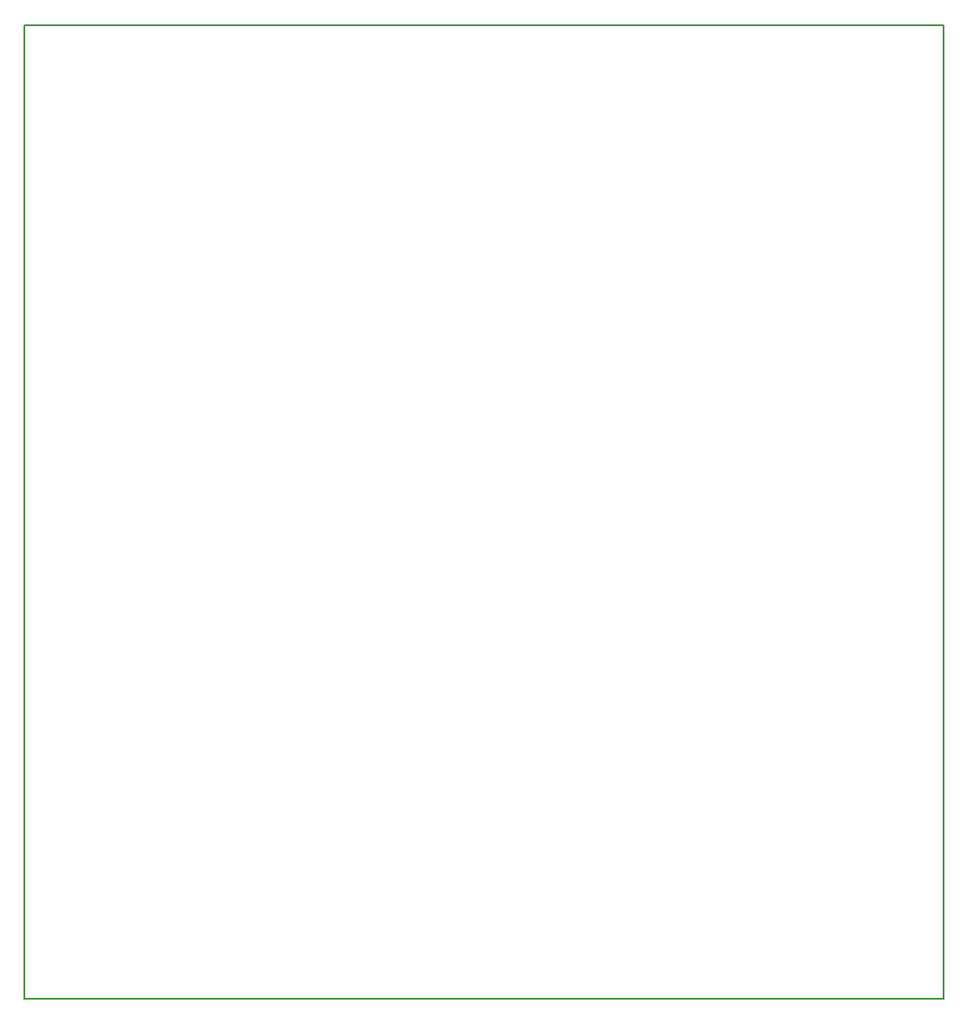
<source format=gbr>
G04 #@! TF.GenerationSoftware,KiCad,Pcbnew,(5.0.0-rc2-dev-378-g94dbcc719)*
G04 #@! TF.CreationDate,2018-04-09T20:17:52+02:00*
G04 #@! TF.ProjectId,sekvencer_v0.01,73656B76656E6365725F76302E30312E,rev?*
G04 #@! TF.SameCoordinates,Original*
G04 #@! TF.FileFunction,Profile,NP*
%FSLAX46Y46*%
G04 Gerber Fmt 4.6, Leading zero omitted, Abs format (unit mm)*
G04 Created by KiCad (PCBNEW (5.0.0-rc2-dev-378-g94dbcc719)) date 04/09/18 20:17:52*
%MOMM*%
%LPD*%
G01*
G04 APERTURE LIST*
%ADD10C,0.200000*%
G04 APERTURE END LIST*
D10*
X147320000Y-139700000D02*
X147320000Y-48260000D01*
X233680000Y-139700000D02*
X147320000Y-139700000D01*
X233680000Y-48260000D02*
X233680000Y-139700000D01*
X147320000Y-48260000D02*
X233680000Y-48260000D01*
M02*

</source>
